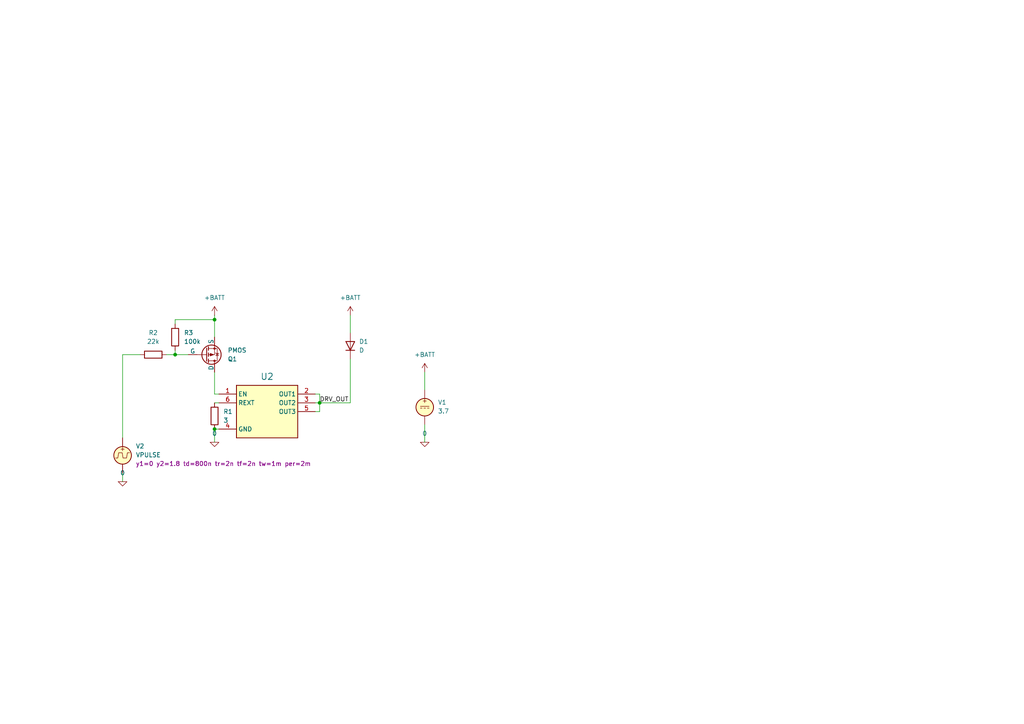
<source format=kicad_sch>
(kicad_sch (version 20231120) (generator "eeschema") (generator_version "8.0")
  (paper "A4")
  (lib_symbols
    (symbol "Bike_lamp:BCR321U"
      (property "Reference" "U" (at 0 0 0))
      (symbol "BCR321U_1_0"
        (rectangle (start 17.78 0) (end 0 -15.24) (stroke (width 0.254) (color 128 0 0 1)) (fill (type background)))
        (pin input line (at -5.08 -2.54 0) (length 5.08) (name "EN") (number "1"))
        (pin output line (at 22.86 -2.54 180) (length 5.08) (name "OUT1") (number "2"))
        (pin output line (at 22.86 -5.08 180) (length 5.08) (name "OUT2") (number "3"))
        (pin power_in line (at -5.08 -12.7 0) (length 5.08) (name "GND") (number "4"))
        (pin output line (at 22.86 -7.62 180) (length 5.08) (name "OUT3") (number "5"))
        (pin passive line (at -5.08 -5.08 0) (length 5.08) (name "REXT") (number "6"))
      )
    )
    (symbol "Device:D" (pin_numbers hide) (pin_names (offset 1.016) hide)
      (property "Reference" "D" (at 0 2.54 0))
      (property "Value" "D" (at 0 -2.54 0))
      (symbol "D_0_1"
        (polyline (pts (xy -1.27 1.27) (xy -1.27 -1.27)) (stroke (width 0.254)))
        (polyline (pts (xy 1.27 0) (xy -1.27 0)))
        (polyline (pts (xy 1.27 1.27) (xy 1.27 -1.27) (xy -1.27 0) (xy 1.27 1.27)) (stroke (width 0.254)))
      )
      (symbol "D_1_1"
        (pin passive line (at -3.81 0 0) (length 2.54) (name "K") (number "1"))
        (pin passive line (at 3.81 0 180) (length 2.54) (name "A") (number "2"))
      )
    )
    (symbol "Device:R" (pin_numbers hide) (pin_names (offset 0))
      (property "Reference" "R" (at 2.032 0 90))
      (property "Value" "R" (at 0 0 90))
      (symbol "R_0_1"
        (rectangle (start -1.016 -2.54) (end 1.016 2.54) (stroke (width 0.254)))
      )
      (symbol "R_1_1"
        (pin passive line (at 0 3.81 270) (length 1.27) (name "~") (number "1"))
        (pin passive line (at 0 -3.81 90) (length 1.27) (name "~") (number "2"))
      )
    )
    (symbol "Simulation_SPICE:0" (power) (pin_numbers hide) (pin_names (offset 0) hide)
      (property "Value" "0" (at 0 -2.54 0))
      (symbol "0_0_1"
        (polyline (pts (xy -1.27 0) (xy 0 -1.27) (xy 1.27 0) (xy -1.27 0)))
      )
      (symbol "0_1_1"
        (pin power_in line (at 0 0 0) (length 0) (name "~") (number "1"))
      )
    )
    (symbol "Simulation_SPICE:PMOS" (pin_numbers hide) (pin_names (offset 0))
      (property "Reference" "Q" (at 5.08 1.27 0))
      (property "Value" "PMOS" (at 5.08 -1.27 0))
      (symbol "PMOS_0_1"
        (polyline (pts (xy 0.254 0) (xy -2.54 0)))
        (polyline (pts (xy 0.254 1.905) (xy 0.254 -1.905)) (stroke (width 0.254)))
        (polyline (pts (xy 0.762 -1.27) (xy 0.762 -2.286)) (stroke (width 0.254)))
        (polyline (pts (xy 0.762 0.508) (xy 0.762 -0.508)) (stroke (width 0.254)))
        (polyline (pts (xy 0.762 2.286) (xy 0.762 1.27)) (stroke (width 0.254)))
        (polyline (pts (xy 2.54 2.54) (xy 2.54 1.778)))
        (polyline (pts (xy 2.54 -2.54) (xy 2.54 0) (xy 0.762 0)))
        (polyline (pts (xy 0.762 1.778) (xy 3.302 1.778) (xy 3.302 -1.778) (xy 0.762 -1.778)))
        (polyline (pts (xy 2.286 0) (xy 1.27 0.381) (xy 1.27 -0.381) (xy 2.286 0)) (fill (type outline)))
        (polyline (pts (xy 2.794 -0.508) (xy 2.921 -0.381) (xy 3.683 -0.381) (xy 3.81 -0.254)))
        (polyline (pts (xy 3.302 -0.381) (xy 2.921 0.254) (xy 3.683 0.254) (xy 3.302 -0.381)))
        (circle (center 1.651 0) (radius 2.794) (stroke (width 0.254)))
        (circle (center 2.54 -1.778) (radius 0.254) (fill (type outline)))
        (circle (center 2.54 1.778) (radius 0.254) (fill (type outline)))
      )
      (symbol "PMOS_1_1"
        (pin passive line (at 2.54 5.08 270) (length 2.54) (name "D") (number "1"))
        (pin input line (at -5.08 0 0) (length 2.54) (name "G") (number "2"))
        (pin passive line (at 2.54 -5.08 90) (length 2.54) (name "S") (number "3"))
      )
    )
    (symbol "Simulation_SPICE:VDC" (pin_numbers hide) (pin_names (offset 0.0254))
      (property "Reference" "V" (at 2.54 2.54 0))
      (property "Value" "1" (at 2.54 0 0))
      (symbol "VDC_0_0"
        (polyline (pts (xy -1.27 0.254) (xy 1.27 0.254)))
        (polyline (pts (xy -0.762 -0.254) (xy -1.27 -0.254)))
        (polyline (pts (xy 0.254 -0.254) (xy -0.254 -0.254)))
        (polyline (pts (xy 1.27 -0.254) (xy 0.762 -0.254)))
        (text "+" (at 0 1.905 0) (effects (font (size 1.27 1.27))))
      )
      (symbol "VDC_0_1"
        (circle (center 0 0) (radius 2.54) (stroke (width 0.254)) (fill (type background)))
      )
      (symbol "VDC_1_1"
        (pin passive line (at 0 5.08 270) (length 2.54) (name "~") (number "1"))
        (pin passive line (at 0 -5.08 90) (length 2.54) (name "~") (number "2"))
      )
    )
    (symbol "Simulation_SPICE:VPULSE" (pin_numbers hide) (pin_names (offset 0.0254))
      (property "Reference" "V" (at 2.54 2.54 0))
      (property "Value" "VPULSE" (at 2.54 0 0))
      (property "Sim.Params" "y1=0 y2=1 td=2n tr=2n tf=2n tw=50n per=100n" (at 2.54 -2.54 0))
      (symbol "VPULSE_0_0"
        (polyline (pts (xy -2.032 -0.762) (xy -1.397 -0.762) (xy -1.143 0.762) (xy -0.127 0.762) (xy 0.127 -0.762) (xy 1.143 -0.762) (xy 1.397 0.762) (xy 2.032 0.762)))
        (text "+" (at 0 1.905 0) (effects (font (size 1.27 1.27))))
      )
      (symbol "VPULSE_0_1"
        (circle (center 0 0) (radius 2.54) (stroke (width 0.254)) (fill (type background)))
      )
      (symbol "VPULSE_1_1"
        (pin passive line (at 0 5.08 270) (length 2.54) (name "~") (number "1"))
        (pin passive line (at 0 -5.08 90) (length 2.54) (name "~") (number "2"))
      )
    )
    (symbol "power:+BATT" (power) (pin_numbers hide) (pin_names (offset 0) hide)
      (property "Value" "+BATT" (at 0 3.556 0))
      (symbol "+BATT_0_1"
        (polyline (pts (xy -0.762 1.27) (xy 0 2.54)))
        (polyline (pts (xy 0 0) (xy 0 2.54)))
        (polyline (pts (xy 0 2.54) (xy 0.762 1.27)))
      )
      (symbol "+BATT_1_1"
        (pin power_in line (at 0 0 90) (length 0) (name "~") (number "1"))
      )
    )
  )
  (junction (at 92.71 116.84))
  (junction (at 50.8 102.87))
  (junction (at 62.23 92.71))
  (junction (at 62.23 124.46))
  (wire (pts (xy 123.19 123.19) (xy 123.19 128.27)))
  (wire (pts (xy 62.23 91.44) (xy 62.23 92.71)))
  (wire (pts (xy 48.26 102.87) (xy 50.8 102.87)))
  (wire (pts (xy 101.6 104.14) (xy 101.6 116.84)))
  (wire (pts (xy 50.8 102.87) (xy 54.61 102.87)))
  (wire (pts (xy 92.71 116.84) (xy 92.71 119.38)))
  (wire (pts (xy 92.71 116.84) (xy 91.44 116.84)))
  (wire (pts (xy 35.56 137.16) (xy 35.56 139.7)))
  (wire (pts (xy 123.19 107.95) (xy 123.19 113.03)))
  (wire (pts (xy 50.8 101.6) (xy 50.8 102.87)))
  (wire (pts (xy 92.71 114.3) (xy 92.71 116.84)))
  (wire (pts (xy 62.23 114.3) (xy 63.5 114.3)))
  (wire (pts (xy 62.23 116.84) (xy 63.5 116.84)))
  (wire (pts (xy 62.23 92.71) (xy 62.23 97.79)))
  (wire (pts (xy 92.71 119.38) (xy 91.44 119.38)))
  (wire (pts (xy 50.8 92.71) (xy 62.23 92.71)))
  (wire (pts (xy 50.8 93.98) (xy 50.8 92.71)))
  (wire (pts (xy 62.23 107.95) (xy 62.23 114.3)))
  (wire (pts (xy 35.56 102.87) (xy 40.64 102.87)))
  (wire (pts (xy 35.56 102.87) (xy 35.56 127)))
  (wire (pts (xy 101.6 91.44) (xy 101.6 96.52)))
  (wire (pts (xy 62.23 124.46) (xy 62.23 128.27)))
  (wire (pts (xy 62.23 124.46) (xy 63.5 124.46)))
  (wire (pts (xy 92.71 116.84) (xy 101.6 116.84)))
  (wire (pts (xy 92.71 114.3) (xy 91.44 114.3)))
  (label "DRV_OUT" (at 92.71 116.84 0))
  (symbol (lib_id "Simulation_SPICE:0") (at 123.19 128.27 0) (unit 1)
    (property "Reference" "#GND02" (effects (hide yes)))
    (property "Value" "0" (at 123.19 125.73 0))
    (property "Datasheet" "https://ngspice.sourceforge.io/docs/ngspice-html-manual/manual.xhtml#subsec_Circuit_elements__device" (effects (hide yes)))
    (property "Description" "0V reference potential for simulation" (effects (hide yes)))
  )
  (symbol (lib_id "Device:R") (at 50.8 97.79 0) (unit 1)
    (property "Reference" "R3" (at 53.34 96.5199 0) (effects (justify left)))
    (property "Value" "100k" (at 53.34 99.0599 0) (effects (justify left)))
    (property "Description" "Resistor" (effects (hide yes)))
  )
  (symbol (lib_id "Simulation_SPICE:VPULSE") (at 35.56 132.08 0) (unit 1)
    (property "Reference" "V2" (at 39.37 129.4101 0) (effects (justify left)))
    (property "Value" "VPULSE" (at 39.37 131.9501 0) (effects (justify left)))
    (property "Datasheet" "https://ngspice.sourceforge.io/docs/ngspice-html-manual/manual.xhtml#sec_Independent_Sources_for" (effects (hide yes)))
    (property "Description" "Voltage source, pulse" (effects (hide yes)))
    (property "Sim.Pins" "1=+ 2=-" (effects (hide yes)))
    (property "Sim.Type" "PULSE" (effects (hide yes)))
    (property "Sim.Device" "V" (effects (hide yes)))
    (property "Sim.Params" "y1=0 y2=1.8 td=800n tr=2n tf=2n tw=1m per=2m" (at 39.37 134.4901 0) (effects (justify left)))
  )
  (symbol (lib_id "Simulation_SPICE:0") (at 35.56 139.7 0) (unit 1)
    (property "Reference" "#GND04" (effects (hide yes)))
    (property "Value" "0" (at 35.56 137.16 0))
    (property "Datasheet" "https://ngspice.sourceforge.io/docs/ngspice-html-manual/manual.xhtml#subsec_Circuit_elements__device" (effects (hide yes)))
    (property "Description" "0V reference potential for simulation" (effects (hide yes)))
  )
  (symbol (lib_id "Device:R") (at 62.23 120.65 180) (unit 1)
    (property "Reference" "R1" (at 64.77 119.3799 0) (effects (justify right)))
    (property "Value" "3" (at 64.77 121.9199 0) (effects (justify right)))
    (property "Description" "Resistor" (effects (hide yes)))
  )
  (symbol (lib_id "power:+BATT") (at 101.6 91.44 0) (unit 1)
    (property "Reference" "#PWR02" (effects (hide yes)))
    (property "Value" "+BATT" (at 101.6 86.36 0))
    (property "Description" "Power symbol creates a global label with name \"+BATT\"" (effects (hide yes)))
  )
  (symbol (lib_id "Simulation_SPICE:0") (at 62.23 128.27 0) (unit 1)
    (property "Reference" "#GND05" (effects (hide yes)))
    (property "Value" "0" (at 62.23 125.73 0))
    (property "Datasheet" "https://ngspice.sourceforge.io/docs/ngspice-html-manual/manual.xhtml#subsec_Circuit_elements__device" (effects (hide yes)))
    (property "Description" "0V reference potential for simulation" (effects (hide yes)))
  )
  (symbol (lib_id "Device:R") (at 44.45 102.87 270) (unit 1)
    (property "Reference" "R2" (at 44.45 96.52 90))
    (property "Value" "22k" (at 44.45 99.06 90))
    (property "Description" "Resistor" (effects (hide yes)))
  )
  (symbol (lib_id "power:+BATT") (at 123.19 107.95 0) (unit 1)
    (property "Reference" "#PWR01" (effects (hide yes)))
    (property "Value" "+BATT" (at 123.19 102.87 0))
    (property "Description" "Power symbol creates a global label with name \"+BATT\"" (effects (hide yes)))
  )
  (symbol (lib_id "Bike_lamp:BCR321U") (at 68.58 111.76 0) (unit 1)
    (property "Reference" "U2" (at 77.47 109.22 0) (effects (font (size 1.8288 1.8288))))
    (property "Value" "BCR321U" (effects (hide yes)))
    (property "Footprint" "SOP95P250X110-6N-1" (effects (hide yes)))
    (property "Description" "LED Driver, 4.5V Max Enable Voltage" (effects (hide yes)))
    (property "ManufacturerPartNumber" "BCR321U" (effects (hide yes)))
    (property "PackageReference" "SC74" (effects (hide yes)))
    (property "Manufacturer" "Infineon Technologies" (effects (hide yes)))
    (property "Sim.Library" "Bike_lamp/Infineon-BCR320U, BCR321U, BCR420U, BCR421U-SD-v01_00-EN.lib" (effects (hide yes)))
    (property "Sim.Name" "BCR321U" (effects (hide yes)))
    (property "Sim.Device" "SUBCKT" (effects (hide yes)))
    (property "Sim.Pins" "1=1 2=2 3=3 4=4 5=5 6=6" (effects (hide yes)))
  )
  (symbol (lib_id "power:+BATT") (at 62.23 91.44 0) (unit 1)
    (property "Reference" "#PWR03" (effects (hide yes)))
    (property "Value" "+BATT" (at 62.23 86.36 0))
    (property "Description" "Power symbol creates a global label with name \"+BATT\"" (effects (hide yes)))
  )
  (symbol (lib_id "Simulation_SPICE:PMOS") (at 59.69 102.87 0) (mirror x) (unit 1)
    (property "Reference" "Q1" (at 66.04 104.1401 0) (effects (justify left)))
    (property "Value" "PMOS" (at 66.04 101.6001 0) (effects (justify left)))
    (property "Datasheet" "https://ngspice.sourceforge.io/docs/ngspice-html-manual/manual.xhtml#cha_MOSFETs" (effects (hide yes)))
    (property "Description" "P-MOSFET transistor, drain/source/gate" (effects (hide yes)))
    (property "Sim.Device" "PMOS" (effects (hide yes)))
    (property "Sim.Type" "VDMOS" (effects (hide yes)))
    (property "Sim.Pins" "1=D 2=G 3=S" (effects (hide yes)))
  )
  (symbol (lib_id "Simulation_SPICE:VDC") (at 123.19 118.11 0) (unit 1)
    (property "Reference" "V1" (at 127 116.7101 0) (effects (justify left)))
    (property "Value" "3.7" (at 127 119.2501 0) (effects (justify left)))
    (property "Datasheet" "https://ngspice.sourceforge.io/docs/ngspice-html-manual/manual.xhtml#sec_Independent_Sources_for" (effects (hide yes)))
    (property "Description" "Voltage source, DC" (effects (hide yes)))
    (property "Sim.Pins" "1=+ 2=-" (effects (hide yes)))
    (property "Sim.Type" "DC" (effects (hide yes)))
    (property "Sim.Device" "V" (effects (hide yes)))
  )
  (symbol (lib_id "Device:D") (at 101.6 100.33 90) (unit 1)
    (property "Reference" "D1" (at 104.14 99.0599 90) (effects (justify right)))
    (property "Value" "D" (at 104.14 101.5999 90) (effects (justify right)))
    (property "Description" "Diode" (effects (hide yes)))
    (property "Sim.Device" "D" (effects (hide yes)))
    (property "Sim.Pins" "1=K 2=A" (effects (hide yes)))
  )
)
</source>
